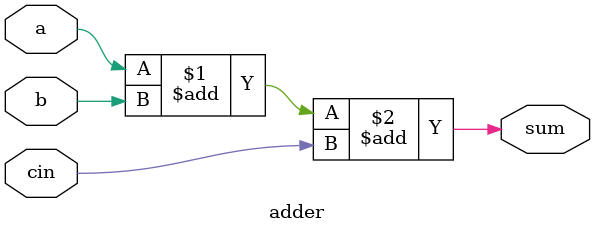
<source format=v>
module adder (
    input  a,
    input  b,
    input  cin,
    output sum
);
    assign sum = a + b + cin;
endmodule
</source>
